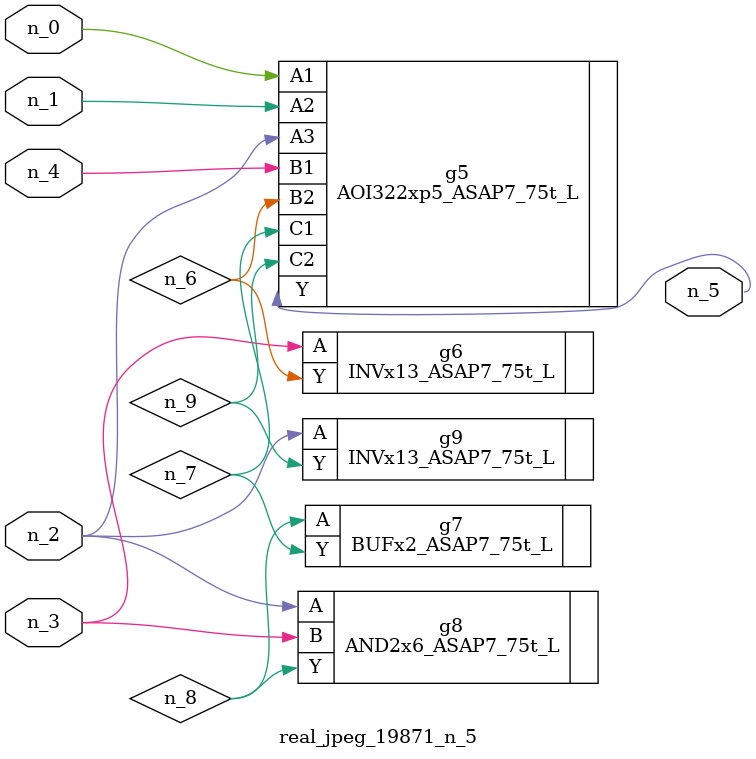
<source format=v>
module real_jpeg_19871_n_5 (n_4, n_0, n_1, n_2, n_3, n_5);

input n_4;
input n_0;
input n_1;
input n_2;
input n_3;

output n_5;

wire n_8;
wire n_6;
wire n_7;
wire n_9;

AOI322xp5_ASAP7_75t_L g5 ( 
.A1(n_0),
.A2(n_1),
.A3(n_2),
.B1(n_4),
.B2(n_6),
.C1(n_7),
.C2(n_9),
.Y(n_5)
);

AND2x6_ASAP7_75t_L g8 ( 
.A(n_2),
.B(n_3),
.Y(n_8)
);

INVx13_ASAP7_75t_L g9 ( 
.A(n_2),
.Y(n_9)
);

INVx13_ASAP7_75t_L g6 ( 
.A(n_3),
.Y(n_6)
);

BUFx2_ASAP7_75t_L g7 ( 
.A(n_8),
.Y(n_7)
);


endmodule
</source>
